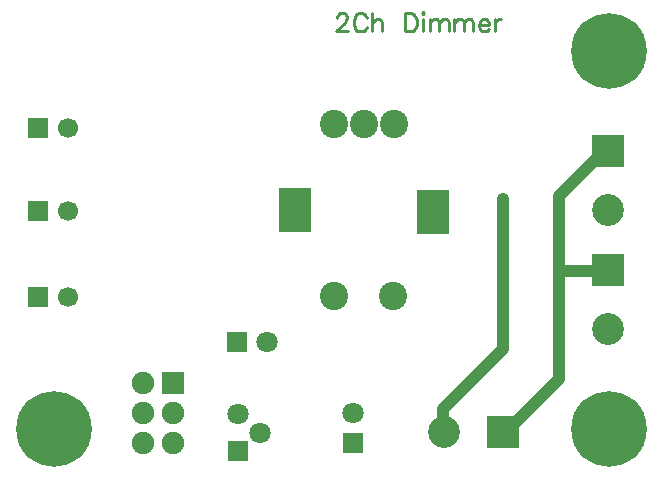
<source format=gbr>
G04 DipTrace 3.3.1.3*
G04 top_mask.gbr*
%MOIN*%
G04 #@! TF.FileFunction,Soldermask,Top*
G04 #@! TF.Part,Single*
%ADD21C,0.03937*%
%ADD34R,0.066929X0.066929*%
%ADD53C,0.251969*%
%ADD57C,0.074803*%
%ADD58R,0.074803X0.074803*%
%ADD59C,0.106299*%
%ADD61R,0.106299X0.106299*%
%ADD64C,0.066929*%
%ADD70C,0.070866*%
%ADD72R,0.070866X0.070866*%
%ADD76R,0.106299X0.145669*%
%ADD78C,0.094488*%
%ADD80C,0.009264*%
%FSLAX26Y26*%
G04*
G70*
G90*
G75*
G01*
G04 TopMask*
%LPD*%
D78*
X1487106Y1566043D3*
X1685925D3*
X1585531D3*
X1487106Y995177D3*
X1683957D3*
D76*
X1355118Y1279331D3*
X1817570Y1275394D3*
D72*
X1549606Y503550D3*
D70*
Y603550D3*
D72*
X1162106Y841043D3*
D70*
X1262106D3*
D64*
X599606Y1553543D3*
D34*
X499606D3*
D64*
X599606Y1278543D3*
D34*
X499606D3*
D64*
X599606Y991043D3*
D34*
X499606D3*
D61*
X2049606Y541043D3*
D59*
X1852756D3*
D58*
X949606Y703543D3*
D57*
X849606Y603543D3*
Y503543D3*
Y703543D3*
X949606Y603543D3*
Y503543D3*
D61*
X2399606Y1478543D3*
D59*
Y1281693D3*
D61*
Y1081693D3*
D59*
Y884843D3*
D53*
X2401575Y1811024D3*
X551181Y551181D3*
X2401575D3*
D72*
X1164749Y475906D3*
D70*
X1239730Y538402D3*
X1164749Y600906D3*
X2087106Y566043D2*
D21*
X2237106Y716043D1*
Y1328543D2*
X2362106Y1453543D1*
X2237106Y716043D2*
Y1328543D1*
X2399606Y1078543D2*
X2249606D1*
X1849606Y541043D2*
Y603543D1*
Y616043D2*
X2049606Y816043D1*
Y1316043D1*
X1495894Y1921795D2*
D80*
Y1924647D1*
X1498746Y1930417D1*
X1501598Y1933269D1*
X1507368Y1936121D1*
X1518842D1*
X1524546Y1933269D1*
X1527397Y1930417D1*
X1530316Y1924647D1*
Y1918944D1*
X1527397Y1913173D1*
X1521694Y1904618D1*
X1492976Y1875900D1*
X1533168D1*
X1594739Y1921862D2*
X1591887Y1927566D1*
X1586117Y1933336D1*
X1580413Y1936188D1*
X1568939D1*
X1563169Y1933336D1*
X1557465Y1927566D1*
X1554547Y1921862D1*
X1551695Y1913240D1*
Y1898848D1*
X1554547Y1890292D1*
X1557465Y1884522D1*
X1563169Y1878818D1*
X1568939Y1875900D1*
X1580413D1*
X1586117Y1878818D1*
X1591887Y1884522D1*
X1594739Y1890292D1*
X1613266Y1936188D2*
Y1875900D1*
Y1904618D2*
X1621888Y1913240D1*
X1627658Y1916092D1*
X1636280D1*
X1641984Y1913240D1*
X1644836Y1904618D1*
Y1875900D1*
X1721684Y1936188D2*
Y1875900D1*
X1741780D1*
X1750402Y1878818D1*
X1756172Y1884522D1*
X1759024Y1890292D1*
X1761876Y1898848D1*
Y1913240D1*
X1759024Y1921862D1*
X1756172Y1927566D1*
X1750402Y1933336D1*
X1741780Y1936188D1*
X1721684D1*
X1780403D2*
X1783255Y1933336D1*
X1786173Y1936188D1*
X1783255Y1939106D1*
X1780403Y1936188D1*
X1783255Y1916092D2*
Y1875900D1*
X1804700Y1916092D2*
Y1875900D1*
Y1904618D2*
X1813322Y1913240D1*
X1819092Y1916092D1*
X1827648D1*
X1833418Y1913240D1*
X1836270Y1904618D1*
Y1875900D1*
Y1904618D2*
X1844892Y1913240D1*
X1850662Y1916092D1*
X1859218D1*
X1864988Y1913240D1*
X1867907Y1904618D1*
Y1875900D1*
X1886434Y1916092D2*
Y1875900D1*
Y1904618D2*
X1895056Y1913240D1*
X1900826Y1916092D1*
X1909382D1*
X1915152Y1913240D1*
X1918004Y1904618D1*
Y1875900D1*
Y1904618D2*
X1926626Y1913240D1*
X1932396Y1916092D1*
X1940951D1*
X1946722Y1913240D1*
X1949640Y1904618D1*
Y1875900D1*
X1968167Y1898848D2*
X2002589D1*
Y1904618D1*
X1999737Y1910388D1*
X1996885Y1913240D1*
X1991115Y1916092D1*
X1982493D1*
X1976789Y1913240D1*
X1971019Y1907470D1*
X1968167Y1898848D1*
Y1893144D1*
X1971019Y1884522D1*
X1976789Y1878818D1*
X1982493Y1875900D1*
X1991115D1*
X1996885Y1878818D1*
X2002589Y1884522D1*
X2021116Y1916092D2*
Y1875900D1*
Y1898848D2*
X2024034Y1907470D1*
X2029738Y1913240D1*
X2035508Y1916092D1*
X2044130D1*
M02*

</source>
